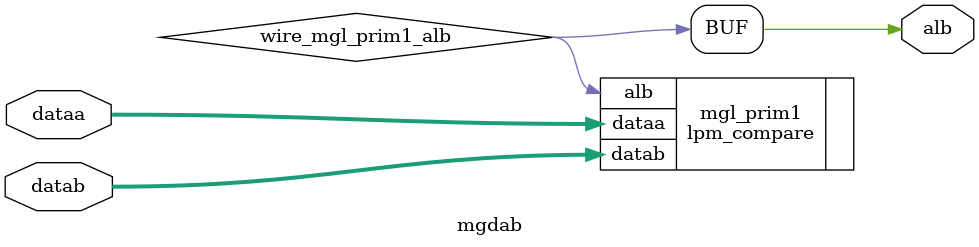
<source format=v>






//synthesis_resources = lpm_compare 1 
//synopsys translate_off
`timescale 1 ps / 1 ps
//synopsys translate_on
module  mgdab
	( 
	alb,
	dataa,
	datab) /* synthesis synthesis_clearbox=1 */;
	output   alb;
	input   [4:0]  dataa;
	input   [4:0]  datab;

	wire  wire_mgl_prim1_alb;

	lpm_compare   mgl_prim1
	( 
	.alb(wire_mgl_prim1_alb),
	.dataa(dataa),
	.datab(datab));
	defparam
		mgl_prim1.lpm_representation = "UNSIGNED",
		mgl_prim1.lpm_type = "LPM_COMPARE",
		mgl_prim1.lpm_width = 5;
	assign
		alb = wire_mgl_prim1_alb;
endmodule //mgdab
//VALID FILE

</source>
